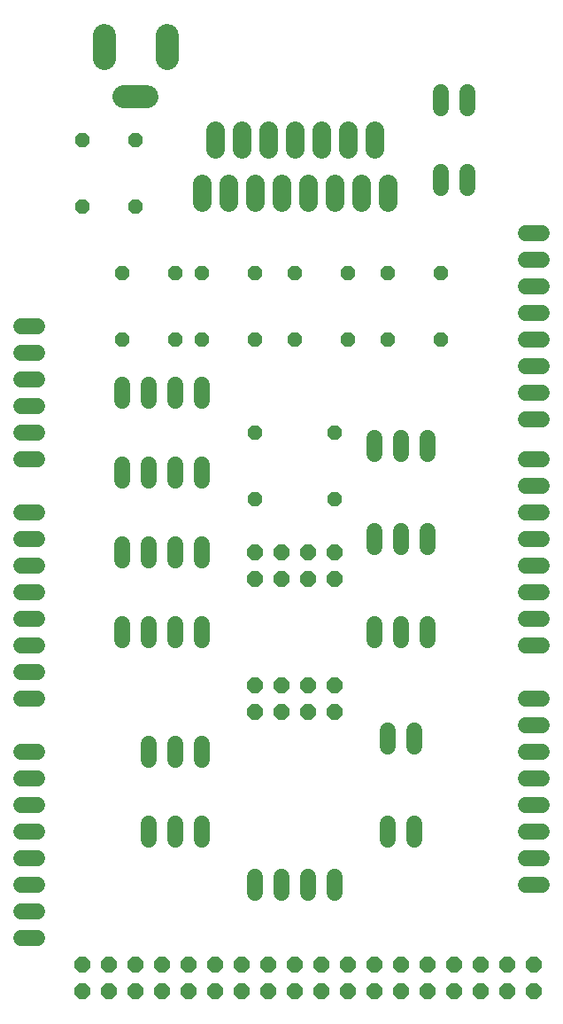
<source format=gbr>
G04 EAGLE Gerber RS-274X export*
G75*
%MOMM*%
%FSLAX34Y34*%
%LPD*%
%INBottom Copper*%
%IPPOS*%
%AMOC8*
5,1,8,0,0,1.08239X$1,22.5*%
G01*
%ADD10P,1.429621X8X22.500000*%
%ADD11C,1.800000*%
%ADD12C,1.524000*%
%ADD13P,1.649562X8X202.500000*%
%ADD14C,2.184400*%
%ADD15P,1.649562X8X22.500000*%


D10*
X317500Y850900D03*
X368300Y850900D03*
X317500Y787400D03*
X368300Y787400D03*
X406400Y723900D03*
X355600Y723900D03*
X482600Y723900D03*
X431800Y723900D03*
X571500Y723900D03*
X520700Y723900D03*
X660400Y723900D03*
X609600Y723900D03*
X660400Y660400D03*
X609600Y660400D03*
X571500Y660400D03*
X520700Y660400D03*
X482600Y660400D03*
X431800Y660400D03*
X406400Y660400D03*
X355600Y660400D03*
D11*
X520700Y841900D02*
X520700Y859900D01*
X533400Y809100D02*
X533400Y791100D01*
X546100Y841900D02*
X546100Y859900D01*
X558800Y809100D02*
X558800Y791100D01*
X571500Y841900D02*
X571500Y859900D01*
X584200Y809100D02*
X584200Y791100D01*
X508000Y791100D02*
X508000Y809100D01*
X495300Y841900D02*
X495300Y859900D01*
X482600Y809100D02*
X482600Y791100D01*
X469900Y841900D02*
X469900Y859900D01*
X457200Y809100D02*
X457200Y791100D01*
X596900Y841900D02*
X596900Y859900D01*
X609600Y809100D02*
X609600Y791100D01*
X444500Y841900D02*
X444500Y859900D01*
X431800Y809100D02*
X431800Y791100D01*
D12*
X274320Y673100D02*
X259080Y673100D01*
X259080Y647700D02*
X274320Y647700D01*
X274320Y622300D02*
X259080Y622300D01*
X259080Y596900D02*
X274320Y596900D01*
X274320Y571500D02*
X259080Y571500D01*
X259080Y546100D02*
X274320Y546100D01*
X274320Y495300D02*
X259080Y495300D01*
X259080Y469900D02*
X274320Y469900D01*
X274320Y444500D02*
X259080Y444500D01*
X259080Y419100D02*
X274320Y419100D01*
X274320Y393700D02*
X259080Y393700D01*
X259080Y368300D02*
X274320Y368300D01*
X274320Y342900D02*
X259080Y342900D01*
X259080Y317500D02*
X274320Y317500D01*
X274320Y266700D02*
X259080Y266700D01*
X259080Y241300D02*
X274320Y241300D01*
X274320Y215900D02*
X259080Y215900D01*
X259080Y190500D02*
X274320Y190500D01*
X274320Y165100D02*
X259080Y165100D01*
X259080Y139700D02*
X274320Y139700D01*
X274320Y114300D02*
X259080Y114300D01*
X259080Y88900D02*
X274320Y88900D01*
X741680Y139700D02*
X756920Y139700D01*
X756920Y165100D02*
X741680Y165100D01*
X741680Y190500D02*
X756920Y190500D01*
X756920Y215900D02*
X741680Y215900D01*
X741680Y241300D02*
X756920Y241300D01*
X756920Y266700D02*
X741680Y266700D01*
X741680Y292100D02*
X756920Y292100D01*
X756920Y317500D02*
X741680Y317500D01*
X741680Y368300D02*
X756920Y368300D01*
X756920Y393700D02*
X741680Y393700D01*
X741680Y419100D02*
X756920Y419100D01*
X756920Y444500D02*
X741680Y444500D01*
X741680Y469900D02*
X756920Y469900D01*
X756920Y495300D02*
X741680Y495300D01*
X741680Y520700D02*
X756920Y520700D01*
X756920Y546100D02*
X741680Y546100D01*
X741680Y584200D02*
X756920Y584200D01*
X756920Y609600D02*
X741680Y609600D01*
X741680Y635000D02*
X756920Y635000D01*
X756920Y660400D02*
X741680Y660400D01*
X741680Y685800D02*
X756920Y685800D01*
X756920Y711200D02*
X741680Y711200D01*
X741680Y736600D02*
X756920Y736600D01*
X756920Y762000D02*
X741680Y762000D01*
D13*
X749300Y63500D03*
X749300Y38100D03*
X723900Y63500D03*
X723900Y38100D03*
X698500Y63500D03*
X698500Y38100D03*
X673100Y63500D03*
X673100Y38100D03*
X647700Y63500D03*
X647700Y38100D03*
X622300Y63500D03*
X622300Y38100D03*
X596900Y63500D03*
X596900Y38100D03*
X571500Y63500D03*
X571500Y38100D03*
X546100Y63500D03*
X546100Y38100D03*
X520700Y63500D03*
X520700Y38100D03*
X495300Y63500D03*
X495300Y38100D03*
X469900Y63500D03*
X469900Y38100D03*
X444500Y63500D03*
X444500Y38100D03*
X419100Y63500D03*
X419100Y38100D03*
X393700Y63500D03*
X393700Y38100D03*
X368300Y63500D03*
X368300Y38100D03*
X342900Y63500D03*
X342900Y38100D03*
X317500Y63500D03*
X317500Y38100D03*
D14*
X357378Y891800D02*
X379222Y891800D01*
X338300Y928878D02*
X338300Y950722D01*
X398300Y950722D02*
X398300Y928878D01*
D12*
X355600Y388620D02*
X355600Y373380D01*
X381000Y373380D02*
X381000Y388620D01*
X406400Y388620D02*
X406400Y373380D01*
X431800Y373380D02*
X431800Y388620D01*
X355600Y449580D02*
X355600Y464820D01*
X381000Y464820D02*
X381000Y449580D01*
X406400Y449580D02*
X406400Y464820D01*
X431800Y464820D02*
X431800Y449580D01*
X355600Y525780D02*
X355600Y541020D01*
X381000Y541020D02*
X381000Y525780D01*
X406400Y525780D02*
X406400Y541020D01*
X431800Y541020D02*
X431800Y525780D01*
X355600Y601980D02*
X355600Y617220D01*
X381000Y617220D02*
X381000Y601980D01*
X406400Y601980D02*
X406400Y617220D01*
X431800Y617220D02*
X431800Y601980D01*
X609600Y198120D02*
X609600Y182880D01*
X635000Y182880D02*
X635000Y198120D01*
X609600Y271780D02*
X609600Y287020D01*
X635000Y287020D02*
X635000Y271780D01*
X660400Y881380D02*
X660400Y896620D01*
X685800Y896620D02*
X685800Y881380D01*
X660400Y820420D02*
X660400Y805180D01*
X685800Y805180D02*
X685800Y820420D01*
D15*
X482600Y304800D03*
X508000Y304800D03*
X533400Y304800D03*
X558800Y304800D03*
X482600Y330200D03*
X508000Y330200D03*
X533400Y330200D03*
X558800Y330200D03*
D12*
X381000Y198120D02*
X381000Y182880D01*
X406400Y182880D02*
X406400Y198120D01*
X431800Y198120D02*
X431800Y182880D01*
X381000Y259080D02*
X381000Y274320D01*
X406400Y274320D02*
X406400Y259080D01*
X431800Y259080D02*
X431800Y274320D01*
X596900Y373380D02*
X596900Y388620D01*
X622300Y388620D02*
X622300Y373380D01*
X647700Y373380D02*
X647700Y388620D01*
X596900Y462280D02*
X596900Y477520D01*
X622300Y477520D02*
X622300Y462280D01*
X647700Y462280D02*
X647700Y477520D01*
X596900Y551180D02*
X596900Y566420D01*
X622300Y566420D02*
X622300Y551180D01*
X647700Y551180D02*
X647700Y566420D01*
D13*
X558800Y457200D03*
X533400Y457200D03*
X508000Y457200D03*
X482600Y457200D03*
X558800Y431800D03*
X533400Y431800D03*
X508000Y431800D03*
X482600Y431800D03*
D10*
X482600Y508000D03*
X558800Y508000D03*
X482600Y571500D03*
X558800Y571500D03*
D12*
X482600Y147320D02*
X482600Y132080D01*
X508000Y132080D02*
X508000Y147320D01*
X533400Y147320D02*
X533400Y132080D01*
X558800Y132080D02*
X558800Y147320D01*
M02*

</source>
